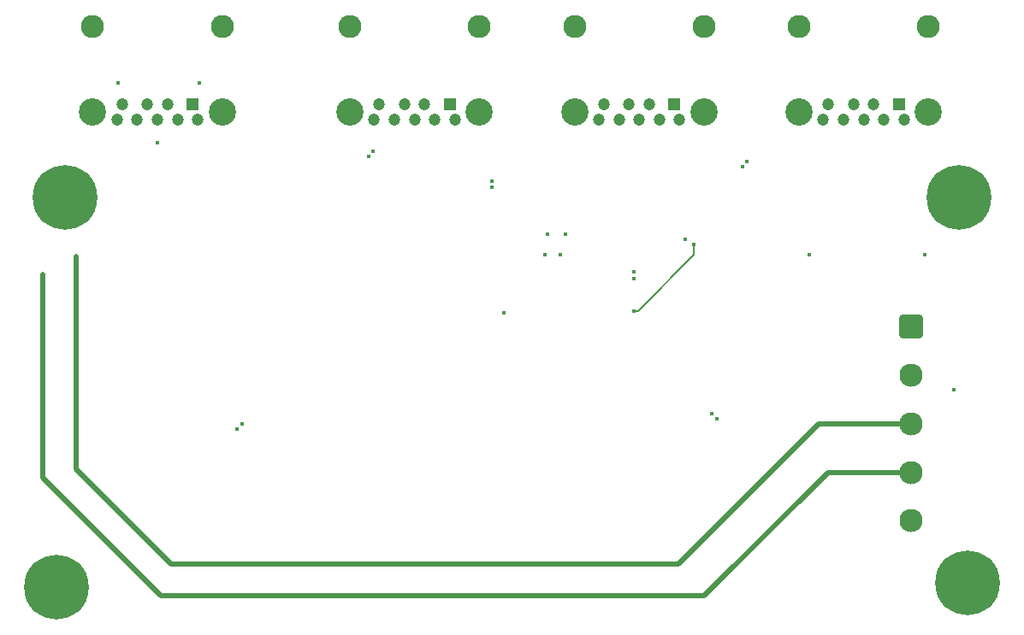
<source format=gbr>
%TF.GenerationSoftware,KiCad,Pcbnew,7.0.2*%
%TF.CreationDate,2023-08-08T23:25:05-03:00*%
%TF.ProjectId,USB Switch,55534220-5377-4697-9463-682e6b696361,rev?*%
%TF.SameCoordinates,Original*%
%TF.FileFunction,Copper,L2,Inr*%
%TF.FilePolarity,Positive*%
%FSLAX46Y46*%
G04 Gerber Fmt 4.6, Leading zero omitted, Abs format (unit mm)*
G04 Created by KiCad (PCBNEW 7.0.2) date 2023-08-08 23:25:05*
%MOMM*%
%LPD*%
G01*
G04 APERTURE LIST*
G04 Aperture macros list*
%AMRoundRect*
0 Rectangle with rounded corners*
0 $1 Rounding radius*
0 $2 $3 $4 $5 $6 $7 $8 $9 X,Y pos of 4 corners*
0 Add a 4 corners polygon primitive as box body*
4,1,4,$2,$3,$4,$5,$6,$7,$8,$9,$2,$3,0*
0 Add four circle primitives for the rounded corners*
1,1,$1+$1,$2,$3*
1,1,$1+$1,$4,$5*
1,1,$1+$1,$6,$7*
1,1,$1+$1,$8,$9*
0 Add four rect primitives between the rounded corners*
20,1,$1+$1,$2,$3,$4,$5,0*
20,1,$1+$1,$4,$5,$6,$7,0*
20,1,$1+$1,$6,$7,$8,$9,0*
20,1,$1+$1,$8,$9,$2,$3,0*%
G04 Aperture macros list end*
%TA.AperFunction,ComponentPad*%
%ADD10R,1.200000X1.200000*%
%TD*%
%TA.AperFunction,ComponentPad*%
%ADD11C,1.200000*%
%TD*%
%TA.AperFunction,ComponentPad*%
%ADD12C,2.700000*%
%TD*%
%TA.AperFunction,ComponentPad*%
%ADD13C,2.280000*%
%TD*%
%TA.AperFunction,ComponentPad*%
%ADD14C,0.800000*%
%TD*%
%TA.AperFunction,ComponentPad*%
%ADD15C,6.400000*%
%TD*%
%TA.AperFunction,ComponentPad*%
%ADD16RoundRect,0.250001X-0.899999X0.899999X-0.899999X-0.899999X0.899999X-0.899999X0.899999X0.899999X0*%
%TD*%
%TA.AperFunction,ComponentPad*%
%ADD17C,2.300000*%
%TD*%
%TA.AperFunction,ViaPad*%
%ADD18C,0.400000*%
%TD*%
%TA.AperFunction,Conductor*%
%ADD19C,0.200000*%
%TD*%
%TA.AperFunction,Conductor*%
%ADD20C,0.500000*%
%TD*%
G04 APERTURE END LIST*
D10*
%TO.N,/Switch/+5V*%
%TO.C,USB1*%
X66381087Y-82095000D03*
D11*
%TO.N,/Switch/D0-*%
X63881087Y-82095000D03*
%TO.N,/Switch/D0+*%
X61881087Y-82095000D03*
%TO.N,GND*%
X59381087Y-82095000D03*
%TO.N,/Switch/D1-*%
X58881087Y-83595000D03*
%TO.N,/Switch/D1+*%
X60881087Y-83595000D03*
%TO.N,GND*%
X62881087Y-83595000D03*
%TO.N,/Switch/D2-*%
X64881087Y-83595000D03*
%TO.N,/Switch/D2+*%
X66881087Y-83595000D03*
D12*
%TO.N,unconnected-(USB1-PadMH1)*%
X69281087Y-82845000D03*
%TO.N,unconnected-(USB1-PadMH2)*%
X56481087Y-82845000D03*
D13*
%TO.N,unconnected-(USB1-PadMH3)*%
X69281087Y-74345000D03*
%TO.N,unconnected-(USB1-PadMH4)*%
X56481087Y-74345000D03*
%TD*%
D10*
%TO.N,unconnected-(USB4-VBUS-Pad1)*%
%TO.C,USB4*%
X136281087Y-82095000D03*
D11*
%TO.N,/Switch/USB_C_D0-*%
X133781087Y-82095000D03*
%TO.N,/Switch/USB_C_D0+*%
X131781087Y-82095000D03*
%TO.N,unconnected-(USB4-GND-Pad4)*%
X129281087Y-82095000D03*
%TO.N,/Switch/USB_C_D1-*%
X128781087Y-83595000D03*
%TO.N,/Switch/USB_C_D1+*%
X130781087Y-83595000D03*
%TO.N,unconnected-(USB4-GND_DRAIN-Pad7)*%
X132781087Y-83595000D03*
%TO.N,/Switch/USB_C_D2-*%
X134781087Y-83595000D03*
%TO.N,/Switch/USB_C_D2+*%
X136781087Y-83595000D03*
D12*
%TO.N,unconnected-(USB4-PadMH1)*%
X139181087Y-82845000D03*
%TO.N,unconnected-(USB4-PadMH2)*%
X126381087Y-82845000D03*
D13*
%TO.N,unconnected-(USB4-PadMH3)*%
X139181087Y-74345000D03*
%TO.N,unconnected-(USB4-PadMH4)*%
X126381087Y-74345000D03*
%TD*%
D10*
%TO.N,unconnected-(USB3-VBUS-Pad1)*%
%TO.C,USB3*%
X114056087Y-82095000D03*
D11*
%TO.N,/Switch/USB_B_D0-*%
X111556087Y-82095000D03*
%TO.N,/Switch/USB_B_D0+*%
X109556087Y-82095000D03*
%TO.N,unconnected-(USB3-GND-Pad4)*%
X107056087Y-82095000D03*
%TO.N,/Switch/USB_B_D1-*%
X106556087Y-83595000D03*
%TO.N,/Switch/USB_B_D1+*%
X108556087Y-83595000D03*
%TO.N,unconnected-(USB3-GND_DRAIN-Pad7)*%
X110556087Y-83595000D03*
%TO.N,/Switch/USB_B_D2-*%
X112556087Y-83595000D03*
%TO.N,/Switch/USB_B_D2+*%
X114556087Y-83595000D03*
D12*
%TO.N,unconnected-(USB3-PadMH1)*%
X116956087Y-82845000D03*
%TO.N,unconnected-(USB3-PadMH2)*%
X104156087Y-82845000D03*
D13*
%TO.N,unconnected-(USB3-PadMH3)*%
X116956087Y-74345000D03*
%TO.N,unconnected-(USB3-PadMH4)*%
X104156087Y-74345000D03*
%TD*%
D14*
%TO.N,N/C*%
%TO.C,REF\u002A\u002A*%
X51367056Y-91300000D03*
X52070000Y-89602944D03*
X52070000Y-92997056D03*
X53767056Y-88900000D03*
D15*
X53767056Y-91300000D03*
D14*
X53767056Y-93700000D03*
X55464112Y-89602944D03*
X55464112Y-92997056D03*
X56167056Y-91300000D03*
%TD*%
D16*
%TO.N,/+5V*%
%TO.C,J1*%
X137492500Y-104140000D03*
D17*
%TO.N,/GND*%
X137492500Y-108940000D03*
%TO.N,/S0*%
X137492500Y-113740000D03*
%TO.N,/S1*%
X137492500Y-118540000D03*
%TO.N,/CLOCK*%
X137492500Y-123340000D03*
%TD*%
D14*
%TO.N,N/C*%
%TO.C,REF\u002A\u002A*%
X139840000Y-91300000D03*
X140542944Y-89602944D03*
X140542944Y-92997056D03*
X142240000Y-88900000D03*
D15*
X142240000Y-91300000D03*
D14*
X142240000Y-93700000D03*
X143937056Y-89602944D03*
X143937056Y-92997056D03*
X144640000Y-91300000D03*
%TD*%
%TO.N,N/C*%
%TO.C,REF\u002A\u002A*%
X50512944Y-129967056D03*
X51215888Y-128270000D03*
X51215888Y-131664112D03*
X52912944Y-127567056D03*
D15*
X52912944Y-129967056D03*
D14*
X52912944Y-132367056D03*
X54610000Y-128270000D03*
X54610000Y-131664112D03*
X55312944Y-129967056D03*
%TD*%
%TO.N,N/C*%
%TO.C,REF\u002A\u002A*%
X140682944Y-129540000D03*
X141385888Y-127842944D03*
X141385888Y-131237056D03*
X143082944Y-127140000D03*
D15*
X143082944Y-129540000D03*
D14*
X143082944Y-131940000D03*
X144780000Y-127842944D03*
X144780000Y-131237056D03*
X145482944Y-129540000D03*
%TD*%
D10*
%TO.N,unconnected-(USB2-VBUS-Pad1)*%
%TO.C,USB2*%
X91831087Y-82095000D03*
D11*
%TO.N,/Switch/USB_A_D0-*%
X89331087Y-82095000D03*
%TO.N,/Switch/USB_A_D0+*%
X87331087Y-82095000D03*
%TO.N,unconnected-(USB2-GND-Pad4)*%
X84831087Y-82095000D03*
%TO.N,/Switch/USB_A_D1-*%
X84331087Y-83595000D03*
%TO.N,/Switch/USB_A_D1+*%
X86331087Y-83595000D03*
%TO.N,unconnected-(USB2-GND_DRAIN-Pad7)*%
X88331087Y-83595000D03*
%TO.N,/Switch/USB_A_D2-*%
X90331087Y-83595000D03*
%TO.N,/Switch/USB_A_D2+*%
X92331087Y-83595000D03*
D12*
%TO.N,unconnected-(USB2-PadMH1)*%
X94731087Y-82845000D03*
%TO.N,unconnected-(USB2-PadMH2)*%
X81931087Y-82845000D03*
D13*
%TO.N,unconnected-(USB2-PadMH3)*%
X94731087Y-74345000D03*
%TO.N,unconnected-(USB2-PadMH4)*%
X81931087Y-74345000D03*
%TD*%
D18*
%TO.N,/GND*%
X138827000Y-97000000D03*
X141732000Y-110363000D03*
%TO.N,GND*%
X62881087Y-85881087D03*
X97153000Y-102750000D03*
X59000000Y-80000000D03*
%TO.N,/Switch/D1+*%
X71229810Y-113770190D03*
%TO.N,/Switch/D1-*%
X70770190Y-114229810D03*
%TO.N,/Switch/+5V*%
X67000000Y-80000000D03*
%TO.N,/Switch/USB_C_D1-*%
X121229810Y-87770190D03*
X118229810Y-113229810D03*
%TO.N,/Switch/USB_C_D1+*%
X120770190Y-88229810D03*
X117770190Y-112770190D03*
%TO.N,/Switch/USB_B_D2-*%
X115156651Y-95478851D03*
%TO.N,/Switch/USB_B_D2+*%
X110000000Y-102545000D03*
X116000000Y-96000000D03*
%TO.N,/Switch/USB_B_D0-*%
X110000000Y-99325000D03*
%TO.N,/Switch/USB_B_D0+*%
X110000000Y-98675000D03*
%TO.N,/Switch/USB_A_D2+*%
X102743500Y-97000000D03*
X103274499Y-95000000D03*
%TO.N,/Switch/USB_A_D1-*%
X84229810Y-86770190D03*
X96000000Y-89675000D03*
%TO.N,/Switch/USB_A_D1+*%
X101499500Y-95000000D03*
X101243000Y-97000000D03*
X83770190Y-87229810D03*
X96000000Y-90325000D03*
%TO.N,/+5V*%
X127397000Y-97000000D03*
%TD*%
D19*
%TO.N,/Switch/USB_B_D2+*%
X116000000Y-97000000D02*
X116000000Y-96000000D01*
X110455000Y-102545000D02*
X116000000Y-97000000D01*
X110000000Y-102545000D02*
X110455000Y-102545000D01*
D20*
%TO.N,/S0*%
X64257656Y-127635000D02*
X114427000Y-127635000D01*
X114427000Y-127635000D02*
X128322000Y-113740000D01*
X128322000Y-113740000D02*
X137492500Y-113740000D01*
X54864000Y-97155000D02*
X54864000Y-118241344D01*
X54864000Y-118241344D02*
X64257656Y-127635000D01*
%TO.N,/S1*%
X63246000Y-130810000D02*
X116967000Y-130810000D01*
X51562000Y-98933000D02*
X51562000Y-119126000D01*
X51562000Y-119126000D02*
X63246000Y-130810000D01*
X129237000Y-118540000D02*
X137492500Y-118540000D01*
X116967000Y-130810000D02*
X129237000Y-118540000D01*
%TD*%
M02*

</source>
